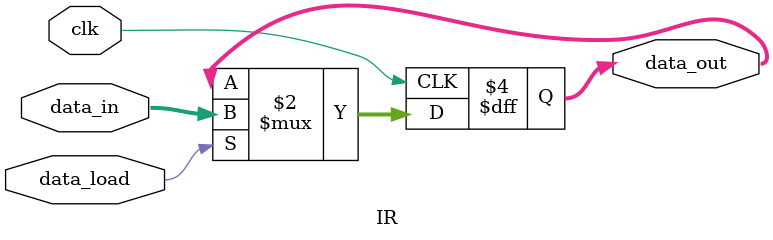
<source format=sv>
module IR ( input [7:0] data_in, input data_load, clk,
output logic [7:0] data_out );
// Simple register (Instruction Register) loaded on posedge clk when load is high
always @( posedge clk )
if ( data_load ) data_out <= data_in;
endmodule
</source>
